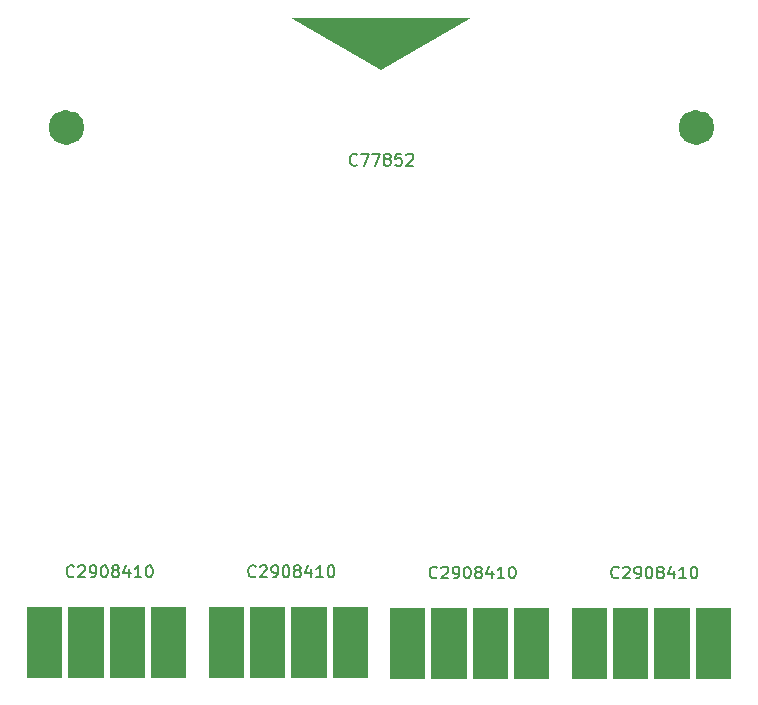
<source format=gbr>
%TF.GenerationSoftware,KiCad,Pcbnew,(6.0.9)*%
%TF.CreationDate,2023-11-10T22:20:32+05:30*%
%TF.ProjectId,RJ45-To-Terminal,524a3435-2d54-46f2-9d54-65726d696e61,2*%
%TF.SameCoordinates,Original*%
%TF.FileFunction,Other,Comment*%
%FSLAX46Y46*%
G04 Gerber Fmt 4.6, Leading zero omitted, Abs format (unit mm)*
G04 Created by KiCad (PCBNEW (6.0.9)) date 2023-11-10 22:20:32*
%MOMM*%
%LPD*%
G01*
G04 APERTURE LIST*
%ADD10C,0.150000*%
%ADD11C,1.500000*%
G04 APERTURE END LIST*
D10*
%TO.C,RJ45-1*%
X127686971Y-56201542D02*
X127639352Y-56249161D01*
X127496495Y-56296780D01*
X127401257Y-56296780D01*
X127258400Y-56249161D01*
X127163161Y-56153923D01*
X127115542Y-56058685D01*
X127067923Y-55868209D01*
X127067923Y-55725352D01*
X127115542Y-55534876D01*
X127163161Y-55439638D01*
X127258400Y-55344400D01*
X127401257Y-55296780D01*
X127496495Y-55296780D01*
X127639352Y-55344400D01*
X127686971Y-55392019D01*
X128020304Y-55296780D02*
X128686971Y-55296780D01*
X128258400Y-56296780D01*
X128972685Y-55296780D02*
X129639352Y-55296780D01*
X129210780Y-56296780D01*
X130163161Y-55725352D02*
X130067923Y-55677733D01*
X130020304Y-55630114D01*
X129972685Y-55534876D01*
X129972685Y-55487257D01*
X130020304Y-55392019D01*
X130067923Y-55344400D01*
X130163161Y-55296780D01*
X130353638Y-55296780D01*
X130448876Y-55344400D01*
X130496495Y-55392019D01*
X130544114Y-55487257D01*
X130544114Y-55534876D01*
X130496495Y-55630114D01*
X130448876Y-55677733D01*
X130353638Y-55725352D01*
X130163161Y-55725352D01*
X130067923Y-55772971D01*
X130020304Y-55820590D01*
X129972685Y-55915828D01*
X129972685Y-56106304D01*
X130020304Y-56201542D01*
X130067923Y-56249161D01*
X130163161Y-56296780D01*
X130353638Y-56296780D01*
X130448876Y-56249161D01*
X130496495Y-56201542D01*
X130544114Y-56106304D01*
X130544114Y-55915828D01*
X130496495Y-55820590D01*
X130448876Y-55772971D01*
X130353638Y-55725352D01*
X131448876Y-55296780D02*
X130972685Y-55296780D01*
X130925066Y-55772971D01*
X130972685Y-55725352D01*
X131067923Y-55677733D01*
X131306019Y-55677733D01*
X131401257Y-55725352D01*
X131448876Y-55772971D01*
X131496495Y-55868209D01*
X131496495Y-56106304D01*
X131448876Y-56201542D01*
X131401257Y-56249161D01*
X131306019Y-56296780D01*
X131067923Y-56296780D01*
X130972685Y-56249161D01*
X130925066Y-56201542D01*
X131877447Y-55392019D02*
X131925066Y-55344400D01*
X132020304Y-55296780D01*
X132258400Y-55296780D01*
X132353638Y-55344400D01*
X132401257Y-55392019D01*
X132448876Y-55487257D01*
X132448876Y-55582495D01*
X132401257Y-55725352D01*
X131829828Y-56296780D01*
X132448876Y-56296780D01*
%TO.C,J11*%
X103722190Y-91044442D02*
X103674571Y-91092061D01*
X103531714Y-91139680D01*
X103436476Y-91139680D01*
X103293619Y-91092061D01*
X103198380Y-90996823D01*
X103150761Y-90901585D01*
X103103142Y-90711109D01*
X103103142Y-90568252D01*
X103150761Y-90377776D01*
X103198380Y-90282538D01*
X103293619Y-90187300D01*
X103436476Y-90139680D01*
X103531714Y-90139680D01*
X103674571Y-90187300D01*
X103722190Y-90234919D01*
X104103142Y-90234919D02*
X104150761Y-90187300D01*
X104246000Y-90139680D01*
X104484095Y-90139680D01*
X104579333Y-90187300D01*
X104626952Y-90234919D01*
X104674571Y-90330157D01*
X104674571Y-90425395D01*
X104626952Y-90568252D01*
X104055523Y-91139680D01*
X104674571Y-91139680D01*
X105150761Y-91139680D02*
X105341238Y-91139680D01*
X105436476Y-91092061D01*
X105484095Y-91044442D01*
X105579333Y-90901585D01*
X105626952Y-90711109D01*
X105626952Y-90330157D01*
X105579333Y-90234919D01*
X105531714Y-90187300D01*
X105436476Y-90139680D01*
X105246000Y-90139680D01*
X105150761Y-90187300D01*
X105103142Y-90234919D01*
X105055523Y-90330157D01*
X105055523Y-90568252D01*
X105103142Y-90663490D01*
X105150761Y-90711109D01*
X105246000Y-90758728D01*
X105436476Y-90758728D01*
X105531714Y-90711109D01*
X105579333Y-90663490D01*
X105626952Y-90568252D01*
X106246000Y-90139680D02*
X106341238Y-90139680D01*
X106436476Y-90187300D01*
X106484095Y-90234919D01*
X106531714Y-90330157D01*
X106579333Y-90520633D01*
X106579333Y-90758728D01*
X106531714Y-90949204D01*
X106484095Y-91044442D01*
X106436476Y-91092061D01*
X106341238Y-91139680D01*
X106246000Y-91139680D01*
X106150761Y-91092061D01*
X106103142Y-91044442D01*
X106055523Y-90949204D01*
X106007904Y-90758728D01*
X106007904Y-90520633D01*
X106055523Y-90330157D01*
X106103142Y-90234919D01*
X106150761Y-90187300D01*
X106246000Y-90139680D01*
X107150761Y-90568252D02*
X107055523Y-90520633D01*
X107007904Y-90473014D01*
X106960285Y-90377776D01*
X106960285Y-90330157D01*
X107007904Y-90234919D01*
X107055523Y-90187300D01*
X107150761Y-90139680D01*
X107341238Y-90139680D01*
X107436476Y-90187300D01*
X107484095Y-90234919D01*
X107531714Y-90330157D01*
X107531714Y-90377776D01*
X107484095Y-90473014D01*
X107436476Y-90520633D01*
X107341238Y-90568252D01*
X107150761Y-90568252D01*
X107055523Y-90615871D01*
X107007904Y-90663490D01*
X106960285Y-90758728D01*
X106960285Y-90949204D01*
X107007904Y-91044442D01*
X107055523Y-91092061D01*
X107150761Y-91139680D01*
X107341238Y-91139680D01*
X107436476Y-91092061D01*
X107484095Y-91044442D01*
X107531714Y-90949204D01*
X107531714Y-90758728D01*
X107484095Y-90663490D01*
X107436476Y-90615871D01*
X107341238Y-90568252D01*
X108388857Y-90473014D02*
X108388857Y-91139680D01*
X108150761Y-90092061D02*
X107912666Y-90806347D01*
X108531714Y-90806347D01*
X109436476Y-91139680D02*
X108865047Y-91139680D01*
X109150761Y-91139680D02*
X109150761Y-90139680D01*
X109055523Y-90282538D01*
X108960285Y-90377776D01*
X108865047Y-90425395D01*
X110055523Y-90139680D02*
X110150761Y-90139680D01*
X110246000Y-90187300D01*
X110293619Y-90234919D01*
X110341238Y-90330157D01*
X110388857Y-90520633D01*
X110388857Y-90758728D01*
X110341238Y-90949204D01*
X110293619Y-91044442D01*
X110246000Y-91092061D01*
X110150761Y-91139680D01*
X110055523Y-91139680D01*
X109960285Y-91092061D01*
X109912666Y-91044442D01*
X109865047Y-90949204D01*
X109817428Y-90758728D01*
X109817428Y-90520633D01*
X109865047Y-90330157D01*
X109912666Y-90234919D01*
X109960285Y-90187300D01*
X110055523Y-90139680D01*
%TO.C,J12*%
X119114590Y-91044442D02*
X119066971Y-91092061D01*
X118924114Y-91139680D01*
X118828876Y-91139680D01*
X118686019Y-91092061D01*
X118590780Y-90996823D01*
X118543161Y-90901585D01*
X118495542Y-90711109D01*
X118495542Y-90568252D01*
X118543161Y-90377776D01*
X118590780Y-90282538D01*
X118686019Y-90187300D01*
X118828876Y-90139680D01*
X118924114Y-90139680D01*
X119066971Y-90187300D01*
X119114590Y-90234919D01*
X119495542Y-90234919D02*
X119543161Y-90187300D01*
X119638400Y-90139680D01*
X119876495Y-90139680D01*
X119971733Y-90187300D01*
X120019352Y-90234919D01*
X120066971Y-90330157D01*
X120066971Y-90425395D01*
X120019352Y-90568252D01*
X119447923Y-91139680D01*
X120066971Y-91139680D01*
X120543161Y-91139680D02*
X120733638Y-91139680D01*
X120828876Y-91092061D01*
X120876495Y-91044442D01*
X120971733Y-90901585D01*
X121019352Y-90711109D01*
X121019352Y-90330157D01*
X120971733Y-90234919D01*
X120924114Y-90187300D01*
X120828876Y-90139680D01*
X120638400Y-90139680D01*
X120543161Y-90187300D01*
X120495542Y-90234919D01*
X120447923Y-90330157D01*
X120447923Y-90568252D01*
X120495542Y-90663490D01*
X120543161Y-90711109D01*
X120638400Y-90758728D01*
X120828876Y-90758728D01*
X120924114Y-90711109D01*
X120971733Y-90663490D01*
X121019352Y-90568252D01*
X121638400Y-90139680D02*
X121733638Y-90139680D01*
X121828876Y-90187300D01*
X121876495Y-90234919D01*
X121924114Y-90330157D01*
X121971733Y-90520633D01*
X121971733Y-90758728D01*
X121924114Y-90949204D01*
X121876495Y-91044442D01*
X121828876Y-91092061D01*
X121733638Y-91139680D01*
X121638400Y-91139680D01*
X121543161Y-91092061D01*
X121495542Y-91044442D01*
X121447923Y-90949204D01*
X121400304Y-90758728D01*
X121400304Y-90520633D01*
X121447923Y-90330157D01*
X121495542Y-90234919D01*
X121543161Y-90187300D01*
X121638400Y-90139680D01*
X122543161Y-90568252D02*
X122447923Y-90520633D01*
X122400304Y-90473014D01*
X122352685Y-90377776D01*
X122352685Y-90330157D01*
X122400304Y-90234919D01*
X122447923Y-90187300D01*
X122543161Y-90139680D01*
X122733638Y-90139680D01*
X122828876Y-90187300D01*
X122876495Y-90234919D01*
X122924114Y-90330157D01*
X122924114Y-90377776D01*
X122876495Y-90473014D01*
X122828876Y-90520633D01*
X122733638Y-90568252D01*
X122543161Y-90568252D01*
X122447923Y-90615871D01*
X122400304Y-90663490D01*
X122352685Y-90758728D01*
X122352685Y-90949204D01*
X122400304Y-91044442D01*
X122447923Y-91092061D01*
X122543161Y-91139680D01*
X122733638Y-91139680D01*
X122828876Y-91092061D01*
X122876495Y-91044442D01*
X122924114Y-90949204D01*
X122924114Y-90758728D01*
X122876495Y-90663490D01*
X122828876Y-90615871D01*
X122733638Y-90568252D01*
X123781257Y-90473014D02*
X123781257Y-91139680D01*
X123543161Y-90092061D02*
X123305066Y-90806347D01*
X123924114Y-90806347D01*
X124828876Y-91139680D02*
X124257447Y-91139680D01*
X124543161Y-91139680D02*
X124543161Y-90139680D01*
X124447923Y-90282538D01*
X124352685Y-90377776D01*
X124257447Y-90425395D01*
X125447923Y-90139680D02*
X125543161Y-90139680D01*
X125638400Y-90187300D01*
X125686019Y-90234919D01*
X125733638Y-90330157D01*
X125781257Y-90520633D01*
X125781257Y-90758728D01*
X125733638Y-90949204D01*
X125686019Y-91044442D01*
X125638400Y-91092061D01*
X125543161Y-91139680D01*
X125447923Y-91139680D01*
X125352685Y-91092061D01*
X125305066Y-91044442D01*
X125257447Y-90949204D01*
X125209828Y-90758728D01*
X125209828Y-90520633D01*
X125257447Y-90330157D01*
X125305066Y-90234919D01*
X125352685Y-90187300D01*
X125447923Y-90139680D01*
%TO.C,J14*%
X149848590Y-91146042D02*
X149800971Y-91193661D01*
X149658114Y-91241280D01*
X149562876Y-91241280D01*
X149420019Y-91193661D01*
X149324780Y-91098423D01*
X149277161Y-91003185D01*
X149229542Y-90812709D01*
X149229542Y-90669852D01*
X149277161Y-90479376D01*
X149324780Y-90384138D01*
X149420019Y-90288900D01*
X149562876Y-90241280D01*
X149658114Y-90241280D01*
X149800971Y-90288900D01*
X149848590Y-90336519D01*
X150229542Y-90336519D02*
X150277161Y-90288900D01*
X150372400Y-90241280D01*
X150610495Y-90241280D01*
X150705733Y-90288900D01*
X150753352Y-90336519D01*
X150800971Y-90431757D01*
X150800971Y-90526995D01*
X150753352Y-90669852D01*
X150181923Y-91241280D01*
X150800971Y-91241280D01*
X151277161Y-91241280D02*
X151467638Y-91241280D01*
X151562876Y-91193661D01*
X151610495Y-91146042D01*
X151705733Y-91003185D01*
X151753352Y-90812709D01*
X151753352Y-90431757D01*
X151705733Y-90336519D01*
X151658114Y-90288900D01*
X151562876Y-90241280D01*
X151372400Y-90241280D01*
X151277161Y-90288900D01*
X151229542Y-90336519D01*
X151181923Y-90431757D01*
X151181923Y-90669852D01*
X151229542Y-90765090D01*
X151277161Y-90812709D01*
X151372400Y-90860328D01*
X151562876Y-90860328D01*
X151658114Y-90812709D01*
X151705733Y-90765090D01*
X151753352Y-90669852D01*
X152372400Y-90241280D02*
X152467638Y-90241280D01*
X152562876Y-90288900D01*
X152610495Y-90336519D01*
X152658114Y-90431757D01*
X152705733Y-90622233D01*
X152705733Y-90860328D01*
X152658114Y-91050804D01*
X152610495Y-91146042D01*
X152562876Y-91193661D01*
X152467638Y-91241280D01*
X152372400Y-91241280D01*
X152277161Y-91193661D01*
X152229542Y-91146042D01*
X152181923Y-91050804D01*
X152134304Y-90860328D01*
X152134304Y-90622233D01*
X152181923Y-90431757D01*
X152229542Y-90336519D01*
X152277161Y-90288900D01*
X152372400Y-90241280D01*
X153277161Y-90669852D02*
X153181923Y-90622233D01*
X153134304Y-90574614D01*
X153086685Y-90479376D01*
X153086685Y-90431757D01*
X153134304Y-90336519D01*
X153181923Y-90288900D01*
X153277161Y-90241280D01*
X153467638Y-90241280D01*
X153562876Y-90288900D01*
X153610495Y-90336519D01*
X153658114Y-90431757D01*
X153658114Y-90479376D01*
X153610495Y-90574614D01*
X153562876Y-90622233D01*
X153467638Y-90669852D01*
X153277161Y-90669852D01*
X153181923Y-90717471D01*
X153134304Y-90765090D01*
X153086685Y-90860328D01*
X153086685Y-91050804D01*
X153134304Y-91146042D01*
X153181923Y-91193661D01*
X153277161Y-91241280D01*
X153467638Y-91241280D01*
X153562876Y-91193661D01*
X153610495Y-91146042D01*
X153658114Y-91050804D01*
X153658114Y-90860328D01*
X153610495Y-90765090D01*
X153562876Y-90717471D01*
X153467638Y-90669852D01*
X154515257Y-90574614D02*
X154515257Y-91241280D01*
X154277161Y-90193661D02*
X154039066Y-90907947D01*
X154658114Y-90907947D01*
X155562876Y-91241280D02*
X154991447Y-91241280D01*
X155277161Y-91241280D02*
X155277161Y-90241280D01*
X155181923Y-90384138D01*
X155086685Y-90479376D01*
X154991447Y-90526995D01*
X156181923Y-90241280D02*
X156277161Y-90241280D01*
X156372400Y-90288900D01*
X156420019Y-90336519D01*
X156467638Y-90431757D01*
X156515257Y-90622233D01*
X156515257Y-90860328D01*
X156467638Y-91050804D01*
X156420019Y-91146042D01*
X156372400Y-91193661D01*
X156277161Y-91241280D01*
X156181923Y-91241280D01*
X156086685Y-91193661D01*
X156039066Y-91146042D01*
X155991447Y-91050804D01*
X155943828Y-90860328D01*
X155943828Y-90622233D01*
X155991447Y-90431757D01*
X156039066Y-90336519D01*
X156086685Y-90288900D01*
X156181923Y-90241280D01*
%TO.C,J13*%
X134456190Y-91146042D02*
X134408571Y-91193661D01*
X134265714Y-91241280D01*
X134170476Y-91241280D01*
X134027619Y-91193661D01*
X133932380Y-91098423D01*
X133884761Y-91003185D01*
X133837142Y-90812709D01*
X133837142Y-90669852D01*
X133884761Y-90479376D01*
X133932380Y-90384138D01*
X134027619Y-90288900D01*
X134170476Y-90241280D01*
X134265714Y-90241280D01*
X134408571Y-90288900D01*
X134456190Y-90336519D01*
X134837142Y-90336519D02*
X134884761Y-90288900D01*
X134980000Y-90241280D01*
X135218095Y-90241280D01*
X135313333Y-90288900D01*
X135360952Y-90336519D01*
X135408571Y-90431757D01*
X135408571Y-90526995D01*
X135360952Y-90669852D01*
X134789523Y-91241280D01*
X135408571Y-91241280D01*
X135884761Y-91241280D02*
X136075238Y-91241280D01*
X136170476Y-91193661D01*
X136218095Y-91146042D01*
X136313333Y-91003185D01*
X136360952Y-90812709D01*
X136360952Y-90431757D01*
X136313333Y-90336519D01*
X136265714Y-90288900D01*
X136170476Y-90241280D01*
X135980000Y-90241280D01*
X135884761Y-90288900D01*
X135837142Y-90336519D01*
X135789523Y-90431757D01*
X135789523Y-90669852D01*
X135837142Y-90765090D01*
X135884761Y-90812709D01*
X135980000Y-90860328D01*
X136170476Y-90860328D01*
X136265714Y-90812709D01*
X136313333Y-90765090D01*
X136360952Y-90669852D01*
X136980000Y-90241280D02*
X137075238Y-90241280D01*
X137170476Y-90288900D01*
X137218095Y-90336519D01*
X137265714Y-90431757D01*
X137313333Y-90622233D01*
X137313333Y-90860328D01*
X137265714Y-91050804D01*
X137218095Y-91146042D01*
X137170476Y-91193661D01*
X137075238Y-91241280D01*
X136980000Y-91241280D01*
X136884761Y-91193661D01*
X136837142Y-91146042D01*
X136789523Y-91050804D01*
X136741904Y-90860328D01*
X136741904Y-90622233D01*
X136789523Y-90431757D01*
X136837142Y-90336519D01*
X136884761Y-90288900D01*
X136980000Y-90241280D01*
X137884761Y-90669852D02*
X137789523Y-90622233D01*
X137741904Y-90574614D01*
X137694285Y-90479376D01*
X137694285Y-90431757D01*
X137741904Y-90336519D01*
X137789523Y-90288900D01*
X137884761Y-90241280D01*
X138075238Y-90241280D01*
X138170476Y-90288900D01*
X138218095Y-90336519D01*
X138265714Y-90431757D01*
X138265714Y-90479376D01*
X138218095Y-90574614D01*
X138170476Y-90622233D01*
X138075238Y-90669852D01*
X137884761Y-90669852D01*
X137789523Y-90717471D01*
X137741904Y-90765090D01*
X137694285Y-90860328D01*
X137694285Y-91050804D01*
X137741904Y-91146042D01*
X137789523Y-91193661D01*
X137884761Y-91241280D01*
X138075238Y-91241280D01*
X138170476Y-91193661D01*
X138218095Y-91146042D01*
X138265714Y-91050804D01*
X138265714Y-90860328D01*
X138218095Y-90765090D01*
X138170476Y-90717471D01*
X138075238Y-90669852D01*
X139122857Y-90574614D02*
X139122857Y-91241280D01*
X138884761Y-90193661D02*
X138646666Y-90907947D01*
X139265714Y-90907947D01*
X140170476Y-91241280D02*
X139599047Y-91241280D01*
X139884761Y-91241280D02*
X139884761Y-90241280D01*
X139789523Y-90384138D01*
X139694285Y-90479376D01*
X139599047Y-90526995D01*
X140789523Y-90241280D02*
X140884761Y-90241280D01*
X140980000Y-90288900D01*
X141027619Y-90336519D01*
X141075238Y-90431757D01*
X141122857Y-90622233D01*
X141122857Y-90860328D01*
X141075238Y-91050804D01*
X141027619Y-91146042D01*
X140980000Y-91193661D01*
X140884761Y-91241280D01*
X140789523Y-91241280D01*
X140694285Y-91193661D01*
X140646666Y-91146042D01*
X140599047Y-91050804D01*
X140551428Y-90860328D01*
X140551428Y-90622233D01*
X140599047Y-90431757D01*
X140646666Y-90336519D01*
X140694285Y-90288900D01*
X140789523Y-90241280D01*
%TO.C,RJ45-1*%
G36*
X129758400Y-48224400D02*
G01*
X122138400Y-43779400D01*
X137378400Y-43779400D01*
X129758400Y-48224400D01*
G37*
D11*
X157178400Y-53049400D02*
G75*
G03*
X157178400Y-53049400I-750000J0D01*
G01*
X103838400Y-53049400D02*
G75*
G03*
X103838400Y-53049400I-750000J0D01*
G01*
%TO.C,J11*%
G36*
X113246000Y-99687300D02*
G01*
X110246000Y-99687300D01*
X110246000Y-93687300D01*
X113246000Y-93687300D01*
X113246000Y-99687300D01*
G37*
G36*
X109746000Y-99687300D02*
G01*
X106746000Y-99687300D01*
X106746000Y-93687300D01*
X109746000Y-93687300D01*
X109746000Y-99687300D01*
G37*
G36*
X106246000Y-99687300D02*
G01*
X103246000Y-99687300D01*
X103246000Y-93687300D01*
X106246000Y-93687300D01*
X106246000Y-99687300D01*
G37*
G36*
X102746000Y-99687300D02*
G01*
X99746000Y-99687300D01*
X99746000Y-93687300D01*
X102746000Y-93687300D01*
X102746000Y-99687300D01*
G37*
%TO.C,J12*%
G36*
X128638400Y-99687300D02*
G01*
X125638400Y-99687300D01*
X125638400Y-93687300D01*
X128638400Y-93687300D01*
X128638400Y-99687300D01*
G37*
G36*
X118138400Y-99687300D02*
G01*
X115138400Y-99687300D01*
X115138400Y-93687300D01*
X118138400Y-93687300D01*
X118138400Y-99687300D01*
G37*
G36*
X121638400Y-99687300D02*
G01*
X118638400Y-99687300D01*
X118638400Y-93687300D01*
X121638400Y-93687300D01*
X121638400Y-99687300D01*
G37*
G36*
X125138400Y-99687300D02*
G01*
X122138400Y-99687300D01*
X122138400Y-93687300D01*
X125138400Y-93687300D01*
X125138400Y-99687300D01*
G37*
%TO.C,J14*%
G36*
X155872400Y-99788900D02*
G01*
X152872400Y-99788900D01*
X152872400Y-93788900D01*
X155872400Y-93788900D01*
X155872400Y-99788900D01*
G37*
G36*
X148872400Y-99788900D02*
G01*
X145872400Y-99788900D01*
X145872400Y-93788900D01*
X148872400Y-93788900D01*
X148872400Y-99788900D01*
G37*
G36*
X159372400Y-99788900D02*
G01*
X156372400Y-99788900D01*
X156372400Y-93788900D01*
X159372400Y-93788900D01*
X159372400Y-99788900D01*
G37*
G36*
X152372400Y-99788900D02*
G01*
X149372400Y-99788900D01*
X149372400Y-93788900D01*
X152372400Y-93788900D01*
X152372400Y-99788900D01*
G37*
%TO.C,J13*%
G36*
X136980000Y-99788900D02*
G01*
X133980000Y-99788900D01*
X133980000Y-93788900D01*
X136980000Y-93788900D01*
X136980000Y-99788900D01*
G37*
G36*
X143980000Y-99788900D02*
G01*
X140980000Y-99788900D01*
X140980000Y-93788900D01*
X143980000Y-93788900D01*
X143980000Y-99788900D01*
G37*
G36*
X133480000Y-99788900D02*
G01*
X130480000Y-99788900D01*
X130480000Y-93788900D01*
X133480000Y-93788900D01*
X133480000Y-99788900D01*
G37*
G36*
X140480000Y-99788900D02*
G01*
X137480000Y-99788900D01*
X137480000Y-93788900D01*
X140480000Y-93788900D01*
X140480000Y-99788900D01*
G37*
%TD*%
M02*

</source>
